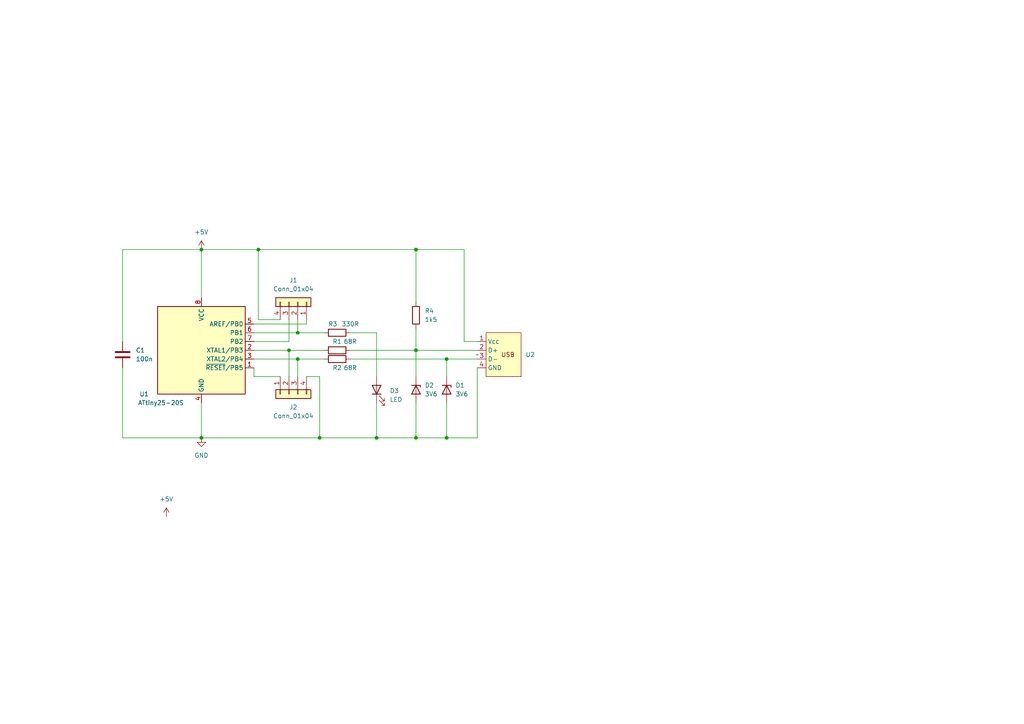
<source format=kicad_sch>
(kicad_sch (version 20230121) (generator eeschema)
  (paper "A4")
  (lib_symbols
    (symbol "Connector_Generic:Conn_01x04" (pin_names (offset 1.016) hide)
      (property "Reference" "J" (at 0 5.08 0))
      (property "Value" "Conn_01x04" (at 0 -7.62 0))
      (symbol "Conn_01x04_1_1"
        (rectangle (start -1.27 -4.953) (end 0 -5.207) (stroke (width 0.1524)))
        (rectangle (start -1.27 -2.413) (end 0 -2.667) (stroke (width 0.1524)))
        (rectangle (start -1.27 0.127) (end 0 -0.127) (stroke (width 0.1524)))
        (rectangle (start -1.27 2.667) (end 0 2.413) (stroke (width 0.1524)))
        (rectangle (start -1.27 3.81) (end 1.27 -6.35) (stroke (width 0.254)) (fill (type background)))
        (pin passive line (at -5.08 2.54 0) (length 3.81) (name "Pin_1") (number "1"))
        (pin passive line (at -5.08 0 0) (length 3.81) (name "Pin_2") (number "2"))
        (pin passive line (at -5.08 -2.54 0) (length 3.81) (name "Pin_3") (number "3"))
        (pin passive line (at -5.08 -5.08 0) (length 3.81) (name "Pin_4") (number "4"))
      )
    )
    (symbol "Device:C" (pin_numbers hide) (pin_names (offset 0.254))
      (property "Reference" "C" (at 0.635 2.54 0))
      (property "Value" "C" (at 0.635 -2.54 0))
      (symbol "C_0_1"
        (polyline (pts (xy -2.032 -0.762) (xy 2.032 -0.762)) (stroke (width 0.508)))
        (polyline (pts (xy -2.032 0.762) (xy 2.032 0.762)) (stroke (width 0.508)))
      )
      (symbol "C_1_1"
        (pin passive line (at 0 3.81 270) (length 2.794) (name "~") (number "1"))
        (pin passive line (at 0 -3.81 90) (length 2.794) (name "~") (number "2"))
      )
    )
    (symbol "Device:D_Zener" (pin_numbers hide) (pin_names (offset 1.016) hide)
      (property "Reference" "D" (at 0 2.54 0))
      (property "Value" "D_Zener" (at 0 -2.54 0))
      (symbol "D_Zener_0_1"
        (polyline (pts (xy 1.27 0) (xy -1.27 0)))
        (polyline (pts (xy -1.27 -1.27) (xy -1.27 1.27) (xy -0.762 1.27)) (stroke (width 0.254)))
        (polyline (pts (xy 1.27 -1.27) (xy 1.27 1.27) (xy -1.27 0) (xy 1.27 -1.27)) (stroke (width 0.254)))
      )
      (symbol "D_Zener_1_1"
        (pin passive line (at -3.81 0 0) (length 2.54) (name "K") (number "1"))
        (pin passive line (at 3.81 0 180) (length 2.54) (name "A") (number "2"))
      )
    )
    (symbol "Device:LED" (pin_numbers hide) (pin_names (offset 1.016) hide)
      (property "Reference" "D" (at 0 2.54 0))
      (property "Value" "LED" (at 0 -2.54 0))
      (symbol "LED_0_1"
        (polyline (pts (xy -1.27 -1.27) (xy -1.27 1.27)) (stroke (width 0.254)))
        (polyline (pts (xy -1.27 0) (xy 1.27 0)))
        (polyline (pts (xy 1.27 -1.27) (xy 1.27 1.27) (xy -1.27 0) (xy 1.27 -1.27)) (stroke (width 0.254)))
        (polyline (pts (xy -3.048 -0.762) (xy -4.572 -2.286) (xy -3.81 -2.286) (xy -4.572 -2.286) (xy -4.572 -1.524)))
        (polyline (pts (xy -1.778 -0.762) (xy -3.302 -2.286) (xy -2.54 -2.286) (xy -3.302 -2.286) (xy -3.302 -1.524)))
      )
      (symbol "LED_1_1"
        (pin passive line (at -3.81 0 0) (length 2.54) (name "K") (number "1"))
        (pin passive line (at 3.81 0 180) (length 2.54) (name "A") (number "2"))
      )
    )
    (symbol "Device:R" (pin_numbers hide) (pin_names (offset 0))
      (property "Reference" "R" (at 2.032 0 90))
      (property "Value" "R" (at 0 0 90))
      (symbol "R_0_1"
        (rectangle (start -1.016 -2.54) (end 1.016 2.54) (stroke (width 0.254)))
      )
      (symbol "R_1_1"
        (pin passive line (at 0 3.81 270) (length 1.27) (name "~") (number "1"))
        (pin passive line (at 0 -3.81 90) (length 1.27) (name "~") (number "2"))
      )
    )
    (symbol "MCU_Microchip_ATtiny:ATtiny25-20S"
      (property "Reference" "U" (at -12.7 13.97 0))
      (property "Value" "ATtiny25-20S" (at 2.54 -13.97 0))
      (symbol "ATtiny25-20S_0_1"
        (rectangle (start -12.7 -12.7) (end 12.7 12.7) (stroke (width 0.254)) (fill (type background)))
      )
      (symbol "ATtiny25-20S_1_1"
        (pin bidirectional line (at 15.24 -5.08 180) (length 2.54) (name "~{RESET}/PB5") (number "1"))
        (pin bidirectional line (at 15.24 0 180) (length 2.54) (name "XTAL1/PB3") (number "2"))
        (pin bidirectional line (at 15.24 -2.54 180) (length 2.54) (name "XTAL2/PB4") (number "3"))
        (pin power_in line (at 0 -15.24 90) (length 2.54) (name "GND") (number "4"))
        (pin bidirectional line (at 15.24 7.62 180) (length 2.54) (name "AREF/PB0") (number "5"))
        (pin bidirectional line (at 15.24 5.08 180) (length 2.54) (name "PB1") (number "6"))
        (pin bidirectional line (at 15.24 2.54 180) (length 2.54) (name "PB2") (number "7"))
        (pin power_in line (at 0 15.24 270) (length 2.54) (name "VCC") (number "8"))
      )
    )
    (symbol "custom_symbol_library:PCB_USB_connector"
      (property "Reference" "U" (at 0 0 0))
      (symbol "PCB_USB_connector_0_1"
        (rectangle (start 10.16 -6.35) (end 10.16 -6.35))
        (rectangle (start 12.7 -6.35) (end 12.7 -6.35))
        (rectangle (start 12.7 -6.35) (end 12.7 -6.35))
        (rectangle (start 12.7 -6.35) (end 12.7 -6.35))
      )
      (symbol "PCB_USB_connector_1_1"
        (rectangle (start 2.54 6.35) (end 12.7 -6.35) (fill (type background)))
        (text "USB" (at 8.89 0 0) (effects (font (size 1.27 1.27))))
        (pin power_in line (at 0 3.81 0) (length 2.54) (name "Vcc") (number "1"))
        (pin bidirectional line (at 0 1.27 0) (length 2.54) (name "D+") (number "2"))
        (pin bidirectional line (at 0 -1.27 0) (length 2.54) (name "D-") (number "3"))
        (pin power_in line (at 0 -3.81 0) (length 2.54) (name "GND") (number "4"))
      )
    )
    (symbol "power:+5V" (power) (pin_names (offset 0))
      (property "Value" "+5V" (at 0 3.556 0))
      (symbol "+5V_0_1"
        (polyline (pts (xy -0.762 1.27) (xy 0 2.54)))
        (polyline (pts (xy 0 0) (xy 0 2.54)))
        (polyline (pts (xy 0 2.54) (xy 0.762 1.27)))
      )
      (symbol "+5V_1_1"
        (pin power_in line (at 0 0 90) (length 0) hide (name "+5V") (number "1"))
      )
    )
    (symbol "power:GND" (power) (pin_names (offset 0))
      (property "Value" "GND" (at 0 -3.81 0))
      (symbol "GND_0_1"
        (polyline (pts (xy 0 0) (xy 0 -1.27) (xy 1.27 -1.27) (xy 0 -2.54) (xy -1.27 -1.27) (xy 0 -1.27)))
      )
      (symbol "GND_1_1"
        (pin power_in line (at 0 0 270) (length 0) hide (name "GND") (number "1"))
      )
    )
  )
  (junction (at 58.42 127))
  (junction (at 109.22 127))
  (junction (at 86.36 96.52))
  (junction (at 74.93 72.39))
  (junction (at 120.65 127))
  (junction (at 58.42 72.39))
  (junction (at 129.54 104.14))
  (junction (at 83.82 101.6))
  (junction (at 129.54 127))
  (junction (at 120.65 101.6))
  (junction (at 120.65 72.39))
  (junction (at 86.36 104.14))
  (junction (at 92.71 127))
  (wire (pts (xy 73.66 93.98) (xy 88.9 93.98)))
  (wire (pts (xy 35.56 99.06) (xy 35.56 72.39)))
  (wire (pts (xy 138.43 106.68) (xy 138.43 127)))
  (wire (pts (xy 83.82 101.6) (xy 83.82 109.22)))
  (wire (pts (xy 74.93 92.71) (xy 74.93 72.39)))
  (wire (pts (xy 58.42 72.39) (xy 58.42 86.36)))
  (wire (pts (xy 120.65 101.6) (xy 120.65 95.25)))
  (wire (pts (xy 86.36 92.71) (xy 86.36 96.52)))
  (wire (pts (xy 88.9 93.98) (xy 88.9 92.71)))
  (wire (pts (xy 83.82 101.6) (xy 93.98 101.6)))
  (wire (pts (xy 92.71 109.22) (xy 88.9 109.22)))
  (wire (pts (xy 35.56 72.39) (xy 58.42 72.39)))
  (wire (pts (xy 134.62 72.39) (xy 120.65 72.39)))
  (wire (pts (xy 73.66 99.06) (xy 83.82 99.06)))
  (wire (pts (xy 81.28 92.71) (xy 74.93 92.71)))
  (wire (pts (xy 138.43 99.06) (xy 134.62 99.06)))
  (wire (pts (xy 120.65 109.22) (xy 120.65 101.6)))
  (wire (pts (xy 129.54 127) (xy 120.65 127)))
  (wire (pts (xy 73.66 101.6) (xy 83.82 101.6)))
  (wire (pts (xy 86.36 104.14) (xy 86.36 109.22)))
  (wire (pts (xy 73.66 109.22) (xy 73.66 106.68)))
  (wire (pts (xy 86.36 96.52) (xy 93.98 96.52)))
  (wire (pts (xy 83.82 99.06) (xy 83.82 92.71)))
  (wire (pts (xy 74.93 72.39) (xy 120.65 72.39)))
  (wire (pts (xy 109.22 96.52) (xy 109.22 109.22)))
  (wire (pts (xy 35.56 106.68) (xy 35.56 127)))
  (wire (pts (xy 134.62 99.06) (xy 134.62 72.39)))
  (wire (pts (xy 120.65 127) (xy 109.22 127)))
  (wire (pts (xy 101.6 96.52) (xy 109.22 96.52)))
  (wire (pts (xy 101.6 104.14) (xy 129.54 104.14)))
  (wire (pts (xy 58.42 116.84) (xy 58.42 127)))
  (wire (pts (xy 138.43 127) (xy 129.54 127)))
  (wire (pts (xy 35.56 127) (xy 58.42 127)))
  (wire (pts (xy 129.54 104.14) (xy 138.43 104.14)))
  (wire (pts (xy 86.36 104.14) (xy 93.98 104.14)))
  (wire (pts (xy 129.54 104.14) (xy 129.54 109.22)))
  (wire (pts (xy 129.54 116.84) (xy 129.54 127)))
  (wire (pts (xy 120.65 116.84) (xy 120.65 127)))
  (wire (pts (xy 101.6 101.6) (xy 120.65 101.6)))
  (wire (pts (xy 120.65 72.39) (xy 120.65 87.63)))
  (wire (pts (xy 58.42 127) (xy 92.71 127)))
  (wire (pts (xy 73.66 96.52) (xy 86.36 96.52)))
  (wire (pts (xy 109.22 127) (xy 92.71 127)))
  (wire (pts (xy 81.28 109.22) (xy 73.66 109.22)))
  (wire (pts (xy 120.65 101.6) (xy 138.43 101.6)))
  (wire (pts (xy 92.71 127) (xy 92.71 109.22)))
  (wire (pts (xy 109.22 116.84) (xy 109.22 127)))
  (wire (pts (xy 58.42 72.39) (xy 74.93 72.39)))
  (wire (pts (xy 73.66 104.14) (xy 86.36 104.14)))
  (symbol (lib_id "Device:C") (at 35.56 102.87 0) (unit 1)
    (property "Reference" "C1" (at 39.37 101.6 0) (effects (justify left)))
    (property "Value" "100n" (at 39.37 104.14 0) (effects (justify left)))
    (property "Footprint" "Capacitor_SMD:C_1206_3216Metric_Pad1.33x1.80mm_HandSolder" (effects hide))
  )
  (symbol (lib_id "Device:LED") (at 109.22 113.03 90) (unit 1)
    (property "Reference" "D3" (at 113.03 113.3475 90) (effects (justify right)))
    (property "Value" "LED" (at 113.03 115.8875 90) (effects (justify right)))
    (property "Footprint" "LED_SMD:LED_1210_3225Metric_Pad1.42x2.65mm_HandSolder" (effects hide))
  )
  (symbol (lib_id "power:GND") (at 58.42 127 0) (unit 1)
    (property "Reference" "#PWR03" (effects hide))
    (property "Value" "GND" (at 58.42 132.08 0))
  )
  (symbol (lib_id "Connector_Generic:Conn_01x04") (at 86.36 87.63 270) (mirror x) (unit 1)
    (property "Reference" "J1" (at 85.09 81.28 90))
    (property "Value" "Conn_01x04" (at 85.09 83.82 90))
    (property "Footprint" "Connector_PinHeader_2.00mm:PinHeader_1x04_P2.00mm_Vertical" (effects hide))
  )
  (symbol (lib_id "Device:R") (at 97.79 101.6 90) (unit 1)
    (property "Reference" "R1" (at 97.79 99.06 90))
    (property "Value" "68R" (at 101.6 99.06 90))
    (property "Footprint" "Resistor_SMD:R_0805_2012Metric_Pad1.20x1.40mm_HandSolder" (effects hide))
  )
  (symbol (lib_id "Device:R") (at 97.79 96.52 90) (unit 1)
    (property "Reference" "R3" (at 96.52 93.98 90))
    (property "Value" "330R" (at 101.6 93.98 90))
    (property "Footprint" "Resistor_SMD:R_0805_2012Metric_Pad1.20x1.40mm_HandSolder" (effects hide))
  )
  (symbol (lib_id "Connector_Generic:Conn_01x04") (at 83.82 114.3 90) (mirror x) (unit 1)
    (property "Reference" "J2" (at 85.09 118.11 90))
    (property "Value" "Conn_01x04" (at 85.09 120.65 90))
    (property "Footprint" "Connector_PinHeader_2.00mm:PinHeader_1x04_P2.00mm_Vertical" (effects hide))
  )
  (symbol (lib_id "MCU_Microchip_ATtiny:ATtiny25-20S") (at 58.42 101.6 0) (unit 1)
    (property "Reference" "U1" (at 43.18 114.3 0) (effects (justify right)))
    (property "Value" "ATtiny25-20S" (at 53.34 116.84 0) (effects (justify right)))
    (property "Footprint" "Package_SO:SOIC-8W_5.3x5.3mm_P1.27mm" (effects hide))
    (property "Datasheet" "http://ww1.microchip.com/downloads/en/DeviceDoc/atmel-2586-avr-8-bit-microcontroller-attiny25-attiny45-attiny85_datasheet.pdf" (effects hide))
  )
  (symbol (lib_id "Device:R") (at 120.65 91.44 0) (unit 1)
    (property "Reference" "R4" (at 123.19 90.17 0) (effects (justify left)))
    (property "Value" "1k5" (at 123.19 92.71 0) (effects (justify left)))
    (property "Footprint" "Resistor_SMD:R_0805_2012Metric_Pad1.20x1.40mm_HandSolder" (effects hide))
  )
  (symbol (lib_id "power:+5V") (at 48.26 149.86 0) (unit 1)
    (property "Reference" "#PWR01" (effects hide))
    (property "Value" "+5V" (at 48.26 144.78 0))
  )
  (symbol (lib_id "custom_symbol_library:PCB_USB_connector") (at 138.43 102.87 0) (unit 1)
    (property "Reference" "U2" (at 152.4 102.87 0) (effects (justify left)))
    (property "Value" "~" (at 138.43 102.87 0))
    (property "Footprint" "custom_library_footprint:PCB_USB_connector" (effects hide))
  )
  (symbol (lib_id "power:+5V") (at 58.42 72.39 0) (unit 1)
    (property "Reference" "#PWR02" (effects hide))
    (property "Value" "+5V" (at 58.42 67.31 0))
  )
  (symbol (lib_id "Device:R") (at 97.79 104.14 90) (unit 1)
    (property "Reference" "R2" (at 97.79 106.68 90))
    (property "Value" "68R" (at 101.6 106.68 90))
    (property "Footprint" "Resistor_SMD:R_0805_2012Metric_Pad1.20x1.40mm_HandSolder" (effects hide))
  )
  (symbol (lib_id "Device:D_Zener") (at 129.54 113.03 270) (unit 1)
    (property "Reference" "D1" (at 132.08 111.76 90) (effects (justify left)))
    (property "Value" "3V6" (at 132.08 114.3 90) (effects (justify left)))
    (property "Footprint" "Diode_SMD:D_SOD-123" (effects hide))
  )
  (symbol (lib_id "Device:D_Zener") (at 120.65 113.03 270) (unit 1)
    (property "Reference" "D2" (at 123.19 111.76 90) (effects (justify left)))
    (property "Value" "3V6" (at 123.19 114.3 90) (effects (justify left)))
    (property "Footprint" "Diode_SMD:D_SOD-123" (effects hide))
  )
)
</source>
